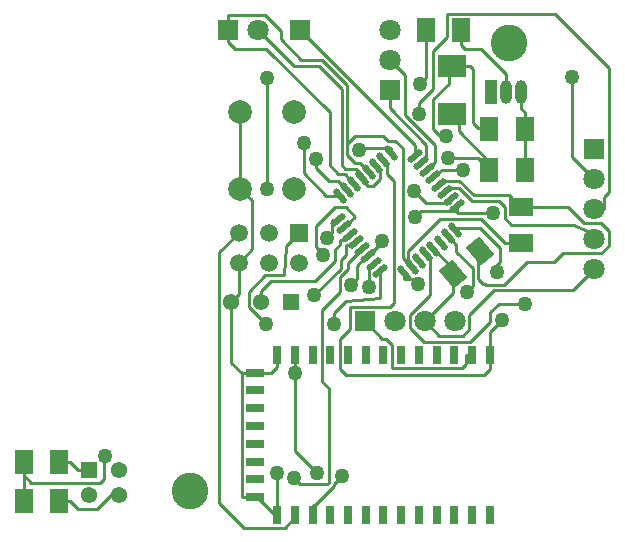
<source format=gbr>
G04 Layer_Physical_Order=1*
G04 Layer_Color=255*
%FSLAX44Y44*%
%MOMM*%
%TF.FileFunction,Copper,L1,Top,Signal*%
%TF.Part,Single*%
G01*
G75*
%TA.AperFunction,SMDPad*%
G04:AMPARAMS|DCode=10|XSize=0.55mm|YSize=1.5mm|CornerRadius=0mm|HoleSize=0mm|Usage=FLASHONLY|Rotation=310.000|XOffset=0mm|YOffset=0mm|HoleType=Round|Shape=Round|*
%AMOVALD10*
21,1,0.9500,0.5500,0.0000,0.0000,40.0*
1,1,0.5500,-0.3639,-0.3053*
1,1,0.5500,0.3639,0.3053*
%
%ADD10OVALD10*%

%TA.AperFunction,SMDPad*%
G04:AMPARAMS|DCode=11|XSize=0.55mm|YSize=1.5mm|CornerRadius=0mm|HoleSize=0mm|Usage=FLASHONLY|Rotation=40.000|XOffset=0mm|YOffset=0mm|HoleType=Round|Shape=Round|*
%AMOVALD11*
21,1,0.9500,0.5500,0.0000,0.0000,130.0*
1,1,0.5500,0.3053,-0.3639*
1,1,0.5500,-0.3053,0.3639*
%
%ADD11OVALD11*%

%TA.AperFunction,SMDPad*%
%ADD12R,1.5000X2.0000*%
%TA.AperFunction,SMDPad*%
%ADD13R,2.4000X1.9000*%
%TA.AperFunction,SMDPad*%
%ADD14R,2.0000X1.5000*%
%TA.AperFunction,SMDPad*%
G04:AMPARAMS|DCode=15|XSize=1.5mm|YSize=2mm|CornerRadius=0mm|HoleSize=0mm|Usage=FLASHONLY|Rotation=40.000|XOffset=0mm|YOffset=0mm|HoleType=Round|Shape=Rectangle|*
%AMROTATEDRECTD15*
4,1,4,0.0683,-1.2481,-1.2173,0.2839,-0.0683,1.2481,1.2173,-0.2839,0.0683,-1.2481,0.0*
%
%ADD15ROTATEDRECTD15*%

%TA.AperFunction,SMDPad*%
%ADD16R,0.6350X1.5240*%
%TA.AperFunction,SMDPad*%
%ADD17R,1.5240X0.6350*%
%ADD18C,0.2540*%
%TA.AperFunction,ViaPad*%
%ADD19R,1.0000X2.0000*%
%TA.AperFunction,ViaPad*%
%ADD20O,1.0000X2.0000*%
%TA.AperFunction,ViaPad*%
%ADD21C,1.3780*%
%TA.AperFunction,ViaPad*%
%ADD22R,1.3780X1.3780*%
%TA.AperFunction,ViaPad*%
%ADD23R,1.8000X1.8000*%
%TA.AperFunction,ViaPad*%
%ADD24R,1.8000X1.8000*%
%TA.AperFunction,ViaPad*%
%ADD25C,1.8000*%
%TA.AperFunction,ConnectorPad*%
%ADD26C,3.1000*%
%TA.AperFunction,ViaPad*%
%ADD27C,1.5000*%
%TA.AperFunction,ViaPad*%
%ADD28R,1.5000X1.5000*%
%TA.AperFunction,ViaPad*%
%ADD29C,2.0000*%
%TA.AperFunction,ViaPad*%
%ADD30C,1.2700*%
D10*
X390479Y319278D02*
D03*
X395621Y313149D02*
D03*
X400764Y307021D02*
D03*
X405906Y300893D02*
D03*
X411048Y294764D02*
D03*
X416191Y288636D02*
D03*
X421333Y282508D02*
D03*
X426475Y276379D02*
D03*
X361361Y221742D02*
D03*
X356219Y227871D02*
D03*
X351077Y233999D02*
D03*
X345934Y240128D02*
D03*
X340792Y246255D02*
D03*
X335650Y252384D02*
D03*
X330507Y258512D02*
D03*
X325365Y264641D02*
D03*
D11*
X424688Y255951D02*
D03*
X418559Y250809D02*
D03*
X412431Y245667D02*
D03*
X406302Y240524D02*
D03*
X399941Y235956D02*
D03*
X394046Y230240D02*
D03*
X387917Y225098D02*
D03*
X381789Y219955D02*
D03*
X327152Y285069D02*
D03*
X333280Y290211D02*
D03*
X339409Y295353D02*
D03*
X345537Y300496D02*
D03*
X351665Y305638D02*
D03*
X357794Y310781D02*
D03*
X363923Y315922D02*
D03*
X370051Y321065D02*
D03*
D12*
X59460Y26670D02*
D03*
X89460D02*
D03*
X59460Y59690D02*
D03*
X89460D02*
D03*
X399830Y425870D02*
D03*
X429830D02*
D03*
X483630Y307340D02*
D03*
X453630D02*
D03*
X483630Y341630D02*
D03*
X453630D02*
D03*
D13*
X421640Y395150D02*
D03*
Y354150D02*
D03*
D14*
X480060Y275350D02*
D03*
Y245350D02*
D03*
D15*
X422849Y218958D02*
D03*
X445831Y238242D02*
D03*
D16*
X454020Y150438D02*
D03*
X439020D02*
D03*
X424020D02*
D03*
X409020D02*
D03*
X394020D02*
D03*
X379020D02*
D03*
X364020D02*
D03*
X349020D02*
D03*
X334020D02*
D03*
X319020D02*
D03*
X304020D02*
D03*
X289020D02*
D03*
X274020D02*
D03*
Y15240D02*
D03*
X289020D02*
D03*
X304020D02*
D03*
X319020D02*
D03*
X334020D02*
D03*
X349020D02*
D03*
X364020D02*
D03*
X379020D02*
D03*
X394020D02*
D03*
X409020D02*
D03*
X424020D02*
D03*
X439020D02*
D03*
X454020D02*
D03*
D17*
X255270Y135438D02*
D03*
Y120438D02*
D03*
Y105438D02*
D03*
Y90438D02*
D03*
Y75438D02*
D03*
Y60198D02*
D03*
Y45212D02*
D03*
Y30226D02*
D03*
D18*
X462280Y229070D02*
Y241300D01*
X445770Y257810D02*
X462280Y241300D01*
X426547Y257810D02*
X445770D01*
X424688Y255951D02*
X426547Y257810D01*
X466160Y210090D02*
X485432Y229362D01*
X450675Y210090D02*
X466160D01*
X524320Y205550D02*
X542290Y223520D01*
X457556Y205550D02*
X524320D01*
X455130Y220980D02*
X459740D01*
X454660Y221450D02*
X455130Y220980D01*
X454660Y221450D02*
X462280Y229070D01*
X418559Y250809D02*
X425450Y243918D01*
Y238036D02*
Y243918D01*
Y238036D02*
X439522Y223964D01*
X436664Y184658D02*
X457556Y205550D01*
X449945Y210820D02*
X450675Y210090D01*
X447872Y210820D02*
X449945D01*
X406302Y240524D02*
X422849Y223977D01*
X412280Y265684D02*
X446323D01*
X444062Y214630D02*
X447872Y210820D01*
X439522Y208598D02*
Y223964D01*
X344208Y325628D02*
X370051D01*
X333291Y329492D02*
Y379085D01*
Y319670D02*
Y329492D01*
X387463Y225552D02*
X387917D01*
X385356D02*
X387463D01*
X384848Y228167D02*
Y238252D01*
Y226060D02*
Y228167D01*
X387463Y225552D02*
X387917Y225098D01*
X384848Y228167D02*
X387463Y225552D01*
X380276Y232739D02*
X384848Y228167D01*
X232194Y425450D02*
Y437896D01*
X427996Y339762D02*
Y354150D01*
X419138Y379689D02*
Y395150D01*
X444030Y342900D02*
X453630D01*
X381789Y215138D02*
X388912D01*
X304020Y23058D02*
X306242D01*
X426475Y272235D02*
Y276379D01*
Y270891D02*
Y272235D01*
X395770D02*
X426475D01*
X550456Y274320D02*
Y284226D01*
X420408Y279400D02*
Y282508D01*
X289020Y69412D02*
Y135128D01*
X320840Y253746D02*
Y264641D01*
X339128Y243332D02*
Y246255D01*
X59460Y48528D02*
Y59690D01*
Y26670D02*
Y48528D01*
X472986Y275350D02*
Y283210D01*
X412026Y294764D02*
Y297942D01*
X399941Y234442D02*
X403136D01*
X390479Y319278D02*
Y328341D01*
X293370Y425450D02*
X390479Y328341D01*
X342938Y324358D02*
X344208Y325628D01*
X370051Y321065D02*
Y325628D01*
X380276Y232739D02*
Y325716D01*
X374136Y331856D02*
X380276Y325716D01*
X368076Y331856D02*
X374136D01*
X363842Y336091D02*
X368076Y331856D01*
X339890Y336091D02*
X363842D01*
X333291Y329492D02*
X339890Y336091D01*
Y313071D02*
X344232D01*
X387917Y225098D02*
Y225552D01*
X384848Y226060D02*
X385356Y225552D01*
X384848Y238252D02*
X412280Y265684D01*
X446323D02*
X466657Y245350D01*
X480060D01*
X232410Y415328D02*
Y425450D01*
Y415328D02*
X238290Y409448D01*
X264960D01*
X318364Y356044D01*
Y311150D02*
Y356044D01*
Y311150D02*
X325838Y303677D01*
X331085D01*
X339409Y295353D01*
X232194Y425450D02*
X232410D01*
X232194Y437896D02*
X263690D01*
X276898Y424688D01*
Y418013D02*
Y424688D01*
Y418013D02*
X294398Y400513D01*
X311863D01*
X333291Y379085D01*
Y319670D02*
X339890Y313071D01*
X344232D02*
X351665Y305638D01*
X398780Y179070D02*
X411051Y166800D01*
X431330D01*
X436664Y172134D01*
Y184658D01*
X345537Y300496D02*
Y303471D01*
X340791Y308217D02*
X345537Y303471D01*
X331684Y308217D02*
X340791D01*
X328751Y311150D02*
X331684Y308217D01*
X328751Y311150D02*
Y375898D01*
X309361Y395288D02*
X328751Y375898D01*
X287972Y395288D02*
X309361D01*
X257810Y425450D02*
X287972Y395288D01*
X244132Y135438D02*
X255270D01*
X234950Y143548D02*
X244132Y135438D01*
X234950Y143548D02*
Y195580D01*
X241300Y201930D02*
Y228600D01*
X234950Y195580D02*
X241300Y201930D01*
X361361Y198871D02*
Y221742D01*
X332270Y195880D02*
X361361Y198871D01*
X322110Y185720D02*
X332270Y195880D01*
X322110Y176276D02*
Y185720D01*
X249974Y191008D02*
X264706Y176276D01*
X249974Y191008D02*
Y204114D01*
X263690Y217830D01*
X279438D01*
X281216Y243116D01*
X292100Y254000D01*
X351574Y207772D02*
Y223226D01*
X356219Y227871D01*
X419138Y395150D02*
X421640D01*
X406369Y366921D02*
X419138Y379689D01*
X406369Y341445D02*
Y366921D01*
Y341445D02*
X412280Y335534D01*
X417360D01*
X296456Y304365D02*
Y329978D01*
Y304365D02*
X315752Y285069D01*
X327152D01*
X289020Y12884D02*
Y15240D01*
X280454Y4318D02*
X289020Y12884D01*
X245656Y4318D02*
X280454D01*
X224574Y25400D02*
X245656Y4318D01*
X224574Y25400D02*
Y237274D01*
X241300Y254000D01*
X312966Y234950D02*
Y235966D01*
X306870Y242062D02*
X312966Y235966D01*
X306870Y242062D02*
Y259588D01*
X322618Y275336D01*
X331941D01*
X339636Y267641D01*
X330507Y258512D02*
X339636Y267641D01*
X322309Y41347D02*
X328714Y47752D01*
X322309Y39125D02*
Y41347D01*
X306242Y23058D02*
X322309Y39125D01*
X304020Y15240D02*
Y23058D01*
X369570Y359426D02*
Y374650D01*
Y359426D02*
X400342Y328654D01*
Y317870D02*
Y328654D01*
X395621Y313149D02*
X400342Y317870D01*
X523532Y318478D02*
Y385826D01*
Y318478D02*
X542290Y299720D01*
X265468Y290830D02*
Y384556D01*
X289020Y69412D02*
X307886Y50546D01*
X320840Y264641D02*
X325365D01*
X316522Y249428D02*
X320840Y253746D01*
X260350Y195580D02*
Y204940D01*
X268700Y213290D01*
X306146D01*
X322586Y229730D01*
Y239320D01*
X327522Y244257D01*
Y247999D01*
X331264D01*
X335650Y252384D01*
X349607Y233999D02*
X351077D01*
X341668Y226060D02*
X349607Y233999D01*
X341668Y214630D02*
Y226060D01*
X336842Y209804D02*
X341668Y214630D01*
X400764Y307021D02*
X407454Y313711D01*
Y327963D01*
X382054Y353363D02*
X407454Y327963D01*
X382054Y353363D02*
Y387566D01*
X369570Y400050D02*
X382054Y387566D01*
X542290Y274320D02*
X550456D01*
Y284226D02*
X554774Y288544D01*
Y393700D01*
X509308Y439166D02*
X554774Y393700D01*
X417868Y439166D02*
X509308D01*
X417868Y419608D02*
Y439166D01*
X406184Y407924D02*
X417868Y419608D01*
X406184Y375920D02*
Y407924D01*
X394246Y363982D02*
X406184Y375920D01*
X394246Y354838D02*
Y363982D01*
X413170Y307370D02*
X431768D01*
X406692Y300893D02*
X413170Y307370D01*
X405906Y300893D02*
X406692D01*
X443978Y316992D02*
X453630Y307340D01*
X418376Y316992D02*
X443978D01*
X307124Y308356D02*
Y316738D01*
Y308356D02*
X317538Y297942D01*
X325550D01*
X333280Y290211D01*
X480060Y275350D02*
X520470D01*
X533770Y262050D01*
X548170D01*
X554774Y255446D01*
Y243078D02*
Y255446D01*
X548170Y236474D02*
X554774Y243078D01*
X515912Y236474D02*
X548170D01*
X508800Y229362D02*
X515912Y236474D01*
X485432Y229362D02*
X508800D01*
X444062Y214630D02*
Y234959D01*
X445831Y236728D01*
Y238242D01*
X420408Y282508D02*
X421333D01*
X399834Y279400D02*
X420408D01*
X389928Y289306D02*
X399834Y279400D01*
X390690Y267155D02*
X395770Y272235D01*
X536194Y255016D02*
X542290Y248920D01*
X525480Y260673D02*
X536194Y255016D01*
X472409Y260673D02*
X525480D01*
X466636Y266446D02*
X472409Y260673D01*
X466636Y266446D02*
Y275590D01*
X461556Y280670D02*
X466636Y275590D01*
X438696Y280670D02*
X461556D01*
X427774Y291592D02*
X438696Y280670D01*
X419714Y291592D02*
X427774D01*
X416191Y288636D02*
X419714Y291592D01*
X411048Y294764D02*
X412026D01*
Y297942D02*
X428293D01*
X440485Y285750D01*
X470446D01*
X472986Y283210D01*
Y275350D02*
X480060D01*
X381789Y215138D02*
Y219955D01*
X388912Y215138D02*
X393484Y210566D01*
X339128Y246255D02*
X340792D01*
X332524Y243332D02*
X339128D01*
X332270Y243078D02*
X332524Y243332D01*
X332270Y235082D02*
Y243078D01*
X327762Y230574D02*
X332270Y235082D01*
X327762Y223584D02*
Y230574D01*
X305346Y201168D02*
X327762Y223584D01*
X127292Y64516D02*
X128054Y65278D01*
X127292Y45720D02*
Y64516D01*
X123990Y42418D02*
X127292Y45720D01*
X65570Y42418D02*
X123990D01*
X59460Y48528D02*
X65570Y42418D01*
X454020Y138430D02*
Y150438D01*
X448940Y133350D02*
X454020Y138430D01*
X332524Y133350D02*
X448940D01*
X327444Y138430D02*
X332524Y133350D01*
X327444Y138430D02*
Y164084D01*
X335710Y172350D01*
Y191340D01*
X369686D01*
X372656Y194310D01*
Y298104D01*
X366976Y303784D02*
X372656Y298104D01*
X366976Y303784D02*
Y312283D01*
X363923Y315922D02*
X366976Y312283D01*
X399941Y234442D02*
Y235956D01*
X403136Y200914D02*
Y234442D01*
X386372Y184150D02*
X403136Y200914D01*
X386372Y173482D02*
Y184150D01*
Y173482D02*
X398310Y161544D01*
X437426D01*
X454316Y178435D01*
Y186478D01*
X461810Y193971D01*
X484110D01*
X434886Y203962D02*
X439522Y208598D01*
X363004Y245926D02*
Y246888D01*
X351077Y233999D02*
X363004Y245926D01*
X422849Y203139D02*
Y218958D01*
X398780Y179070D02*
X422849Y203139D01*
X454020Y150438D02*
Y170012D01*
X464180Y180172D01*
X426475Y270891D02*
X456603D01*
X421640Y354150D02*
X427996D01*
Y339762D02*
X453630Y314127D01*
Y307340D02*
Y314127D01*
X399830Y384806D02*
Y425870D01*
X394754Y379730D02*
X399830Y384806D01*
X345830Y240128D02*
X345934D01*
X334048Y228346D02*
X345830Y240128D01*
X334048Y223266D02*
Y228346D01*
X327190Y216408D02*
X334048Y223266D01*
X327190Y203398D02*
Y216408D01*
X311974Y188182D02*
X327190Y203398D01*
X311974Y127992D02*
Y188182D01*
Y127992D02*
X317538Y122428D01*
Y42418D02*
Y122428D01*
X316014Y40894D02*
X317538Y42418D01*
X293408Y40894D02*
X316014D01*
X288074Y46228D02*
X293408Y40894D01*
X289020Y135128D02*
Y150438D01*
X241300Y228600D02*
X252567Y239867D01*
Y281712D01*
X242930Y291350D02*
X252567Y281712D01*
X345537Y298899D02*
Y300496D01*
Y298899D02*
X351066Y293370D01*
X355130D01*
X360972Y299212D01*
Y307603D01*
X357794Y310781D02*
X360972Y307603D01*
X433616Y150438D02*
X439020D01*
X433616Y142494D02*
Y150438D01*
X430568Y139446D02*
X433616Y142494D01*
X371640Y139446D02*
X430568D01*
X371640D02*
Y158750D01*
X366052Y164338D02*
X371640Y158750D01*
X362712Y164338D02*
X366052D01*
X347980Y179070D02*
X362712Y164338D01*
X255270Y135438D02*
X268770D01*
X274020Y140688D01*
Y150438D01*
Y15240D02*
Y50546D01*
X467360Y373380D02*
Y388404D01*
X446316Y409448D02*
X467360Y388404D01*
X433132Y409448D02*
X446316D01*
X429830Y412750D02*
X433132Y409448D01*
X429830Y412750D02*
Y425870D01*
X244132Y30226D02*
X255270D01*
X244132D02*
Y135438D01*
X422849Y218958D02*
Y223977D01*
X453630Y341630D02*
Y342900D01*
X440220Y346710D02*
X444030Y342900D01*
X440220Y346710D02*
Y392430D01*
X437500Y395150D02*
X440220Y392430D01*
X421640Y395150D02*
X437500D01*
X133014Y31630D02*
X140230D01*
X121704Y20320D02*
X133014Y31630D01*
X105194Y20320D02*
X121704D01*
X98844Y26670D02*
X105194Y20320D01*
X89460Y26670D02*
X98844D01*
X480060Y359170D02*
Y373380D01*
Y359170D02*
X483630Y355600D01*
Y341630D02*
Y355600D01*
Y307340D02*
Y341630D01*
X272072Y15240D02*
X274020D01*
X257086Y30226D02*
X272072Y15240D01*
X255270Y30226D02*
X257086D01*
X242930Y291350D02*
Y356350D01*
X105550Y52730D02*
X114830D01*
X98590Y59690D02*
X105550Y52730D01*
X89460Y59690D02*
X98590D01*
D19*
X454660Y373380D02*
D03*
D20*
X467360D02*
D03*
X480060D02*
D03*
D21*
X234950Y195580D02*
D03*
X260350D02*
D03*
X140230Y52730D02*
D03*
Y31630D02*
D03*
X114830D02*
D03*
D22*
X285750Y195580D02*
D03*
X114830Y52730D02*
D03*
D23*
X293370Y425450D02*
D03*
X542290Y325120D02*
D03*
X369570Y374650D02*
D03*
D24*
X232410Y425450D02*
D03*
X347980Y179070D02*
D03*
D25*
X257810Y425450D02*
D03*
X373380Y179070D02*
D03*
X398780D02*
D03*
X424180D02*
D03*
X542290Y299720D02*
D03*
Y274320D02*
D03*
Y248920D02*
D03*
Y223520D02*
D03*
X369570Y400050D02*
D03*
Y425450D02*
D03*
D26*
X200000Y35000D02*
D03*
X470000Y415000D02*
D03*
D27*
X241300Y228600D02*
D03*
Y254000D02*
D03*
X266700Y228600D02*
D03*
Y254000D02*
D03*
X292100Y228600D02*
D03*
D28*
Y254000D02*
D03*
D29*
X287930Y356350D02*
D03*
Y291350D02*
D03*
X242930Y356350D02*
D03*
Y291350D02*
D03*
D30*
X459740Y220980D02*
D03*
X342938Y324358D02*
D03*
X322110Y176276D02*
D03*
X264706D02*
D03*
X351574Y207772D02*
D03*
X417360Y335534D02*
D03*
X296456Y329978D02*
D03*
X312966Y234950D02*
D03*
X328714Y47752D02*
D03*
X523532Y385826D02*
D03*
X265468Y384556D02*
D03*
Y290830D02*
D03*
X307886Y50546D02*
D03*
X316522Y249428D02*
D03*
X336842Y209804D02*
D03*
X394246Y354838D02*
D03*
X431768Y307370D02*
D03*
X418376Y316992D02*
D03*
X307124Y316738D02*
D03*
X389928Y289306D02*
D03*
X390690Y267155D02*
D03*
X393484Y210566D02*
D03*
X305346Y201168D02*
D03*
X128054Y65278D02*
D03*
X484110Y193971D02*
D03*
X434886Y203962D02*
D03*
X363004Y246888D02*
D03*
X464180Y180172D02*
D03*
X456603Y270891D02*
D03*
X394754Y379730D02*
D03*
X288074Y46228D02*
D03*
X289020Y135128D02*
D03*
X274020Y50546D02*
D03*
%TF.MD5,A71B020844A51368D52993691B622AA5*%
M02*

</source>
